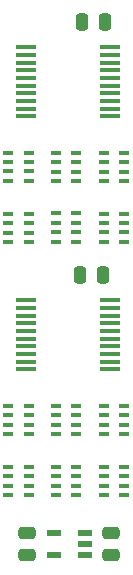
<source format=gtp>
%TF.GenerationSoftware,KiCad,Pcbnew,8.0.2*%
%TF.CreationDate,2024-06-07T08:23:53+02:00*%
%TF.ProjectId,Data and Signal Buffer,44617461-2061-46e6-9420-5369676e616c,V0*%
%TF.SameCoordinates,PX54c81a0PY37b6b20*%
%TF.FileFunction,Paste,Top*%
%TF.FilePolarity,Positive*%
%FSLAX46Y46*%
G04 Gerber Fmt 4.6, Leading zero omitted, Abs format (unit mm)*
G04 Created by KiCad (PCBNEW 8.0.2) date 2024-06-07 08:23:53*
%MOMM*%
%LPD*%
G01*
G04 APERTURE LIST*
G04 Aperture macros list*
%AMRoundRect*
0 Rectangle with rounded corners*
0 $1 Rounding radius*
0 $2 $3 $4 $5 $6 $7 $8 $9 X,Y pos of 4 corners*
0 Add a 4 corners polygon primitive as box body*
4,1,4,$2,$3,$4,$5,$6,$7,$8,$9,$2,$3,0*
0 Add four circle primitives for the rounded corners*
1,1,$1+$1,$2,$3*
1,1,$1+$1,$4,$5*
1,1,$1+$1,$6,$7*
1,1,$1+$1,$8,$9*
0 Add four rect primitives between the rounded corners*
20,1,$1+$1,$2,$3,$4,$5,0*
20,1,$1+$1,$4,$5,$6,$7,0*
20,1,$1+$1,$6,$7,$8,$9,0*
20,1,$1+$1,$8,$9,$2,$3,0*%
G04 Aperture macros list end*
%ADD10R,1.800000X0.450000*%
%ADD11R,0.950000X0.450000*%
%ADD12RoundRect,0.250000X0.475000X-0.250000X0.475000X0.250000X-0.475000X0.250000X-0.475000X-0.250000X0*%
%ADD13R,0.900000X0.450000*%
%ADD14RoundRect,0.250000X0.250000X0.475000X-0.250000X0.475000X-0.250000X-0.475000X0.250000X-0.475000X0*%
%ADD15RoundRect,0.250000X-0.475000X0.250000X-0.475000X-0.250000X0.475000X-0.250000X0.475000X0.250000X0*%
%ADD16R,1.150000X0.600000*%
G04 APERTURE END LIST*
D10*
%TO.C,IC2*%
X4490000Y-5943600D03*
X4490000Y-6593600D03*
X4490000Y-7243600D03*
X4490000Y-7893600D03*
X4490000Y-8543600D03*
X4490000Y-9193600D03*
X4490000Y-9843600D03*
X4490000Y-10493600D03*
X4490000Y-11143600D03*
X4490000Y-11793600D03*
X11590000Y-11793600D03*
X11590000Y-11143600D03*
X11590000Y-10493600D03*
X11590000Y-9843600D03*
X11590000Y-9193600D03*
X11590000Y-8543600D03*
X11590000Y-7893600D03*
X11590000Y-7243600D03*
X11590000Y-6593600D03*
X11590000Y-5943600D03*
%TD*%
D11*
%TO.C,CN1*%
X11088000Y-36316000D03*
X11088000Y-37116000D03*
X11088000Y-37916000D03*
X11088000Y-38716000D03*
X12788000Y-38716000D03*
X12788000Y-37916000D03*
X12788000Y-37116000D03*
X12788000Y-36316000D03*
%TD*%
D12*
%TO.C,C8*%
X11684000Y-48940000D03*
X11684000Y-47040000D03*
%TD*%
D13*
%TO.C,RN2*%
X4689000Y-43872000D03*
X4689000Y-43072000D03*
X4689000Y-42272000D03*
X4689000Y-41472000D03*
X2989000Y-41472000D03*
X2989000Y-42272000D03*
X2989000Y-43072000D03*
X2989000Y-43872000D03*
%TD*%
%TO.C,RN1*%
X4689000Y-38716000D03*
X4689000Y-37916000D03*
X4689000Y-37116000D03*
X4689000Y-36316000D03*
X2989000Y-36316000D03*
X2989000Y-37116000D03*
X2989000Y-37916000D03*
X2989000Y-38716000D03*
%TD*%
%TO.C,RN5*%
X8724000Y-38716000D03*
X8724000Y-37916000D03*
X8724000Y-37116000D03*
X8724000Y-36316000D03*
X7024000Y-36316000D03*
X7024000Y-37116000D03*
X7024000Y-37916000D03*
X7024000Y-38716000D03*
%TD*%
D11*
%TO.C,CN3*%
X11088000Y-20030200D03*
X11088000Y-20830200D03*
X11088000Y-21630200D03*
X11088000Y-22430200D03*
X12788000Y-22430200D03*
X12788000Y-21630200D03*
X12788000Y-20830200D03*
X12788000Y-20030200D03*
%TD*%
D13*
%TO.C,RN7*%
X8724000Y-22417800D03*
X8724000Y-21617800D03*
X8724000Y-20817800D03*
X8724000Y-20017800D03*
X7024000Y-20017800D03*
X7024000Y-20817800D03*
X7024000Y-21617800D03*
X7024000Y-22417800D03*
%TD*%
%TO.C,RN3*%
X4689000Y-17261600D03*
X4689000Y-16461600D03*
X4689000Y-15661600D03*
X4689000Y-14861600D03*
X2989000Y-14861600D03*
X2989000Y-15661600D03*
X2989000Y-16461600D03*
X2989000Y-17261600D03*
%TD*%
%TO.C,RN8*%
X8724000Y-17287000D03*
X8724000Y-16487000D03*
X8724000Y-15687000D03*
X8724000Y-14887000D03*
X7024000Y-14887000D03*
X7024000Y-15687000D03*
X7024000Y-16487000D03*
X7024000Y-17287000D03*
%TD*%
D11*
%TO.C,CN4*%
X11088000Y-14874000D03*
X11088000Y-15674000D03*
X11088000Y-16474000D03*
X11088000Y-17274000D03*
X12788000Y-17274000D03*
X12788000Y-16474000D03*
X12788000Y-15674000D03*
X12788000Y-14874000D03*
%TD*%
D14*
%TO.C,C2*%
X11138800Y-3788600D03*
X9238800Y-3788600D03*
%TD*%
D10*
%TO.C,IC1*%
X4490000Y-27371000D03*
X4490000Y-28021000D03*
X4490000Y-28671000D03*
X4490000Y-29321000D03*
X4490000Y-29971000D03*
X4490000Y-30621000D03*
X4490000Y-31271000D03*
X4490000Y-31921000D03*
X4490000Y-32571000D03*
X4490000Y-33221000D03*
X11590000Y-33221000D03*
X11590000Y-32571000D03*
X11590000Y-31921000D03*
X11590000Y-31271000D03*
X11590000Y-30621000D03*
X11590000Y-29971000D03*
X11590000Y-29321000D03*
X11590000Y-28671000D03*
X11590000Y-28021000D03*
X11590000Y-27371000D03*
%TD*%
D13*
%TO.C,RN4*%
X4689000Y-22443200D03*
X4689000Y-21643200D03*
X4689000Y-20843200D03*
X4689000Y-20043200D03*
X2989000Y-20043200D03*
X2989000Y-20843200D03*
X2989000Y-21643200D03*
X2989000Y-22443200D03*
%TD*%
D15*
%TO.C,C9*%
X4572000Y-47072000D03*
X4572000Y-48972000D03*
%TD*%
D11*
%TO.C,CN2*%
X11088000Y-41472000D03*
X11088000Y-42272000D03*
X11088000Y-43072000D03*
X11088000Y-43872000D03*
X12788000Y-43872000D03*
X12788000Y-43072000D03*
X12788000Y-42272000D03*
X12788000Y-41472000D03*
%TD*%
D16*
%TO.C,IC5*%
X9428000Y-48956000D03*
X9428000Y-48006000D03*
X9428000Y-47056000D03*
X6828000Y-47056000D03*
X6828000Y-48956000D03*
%TD*%
D14*
%TO.C,C1*%
X10967000Y-25216000D03*
X9067000Y-25216000D03*
%TD*%
D13*
%TO.C,RN6*%
X8724000Y-43872000D03*
X8724000Y-43072000D03*
X8724000Y-42272000D03*
X8724000Y-41472000D03*
X7024000Y-41472000D03*
X7024000Y-42272000D03*
X7024000Y-43072000D03*
X7024000Y-43872000D03*
%TD*%
M02*

</source>
